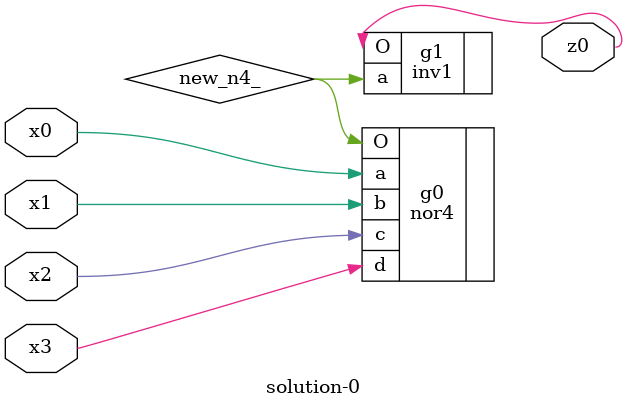
<source format=v>
module \solution-0 (
  x0, x1, x2, x3,
  z0 );
  input x0, x1, x2, x3;
  output z0;
  wire new_n4_;
  nor4  g0(.a(x0), .b(x1), .c(x2), .d(x3), .O(new_n4_));
  inv1  g1(.a(new_n4_), .O(z0));
endmodule

</source>
